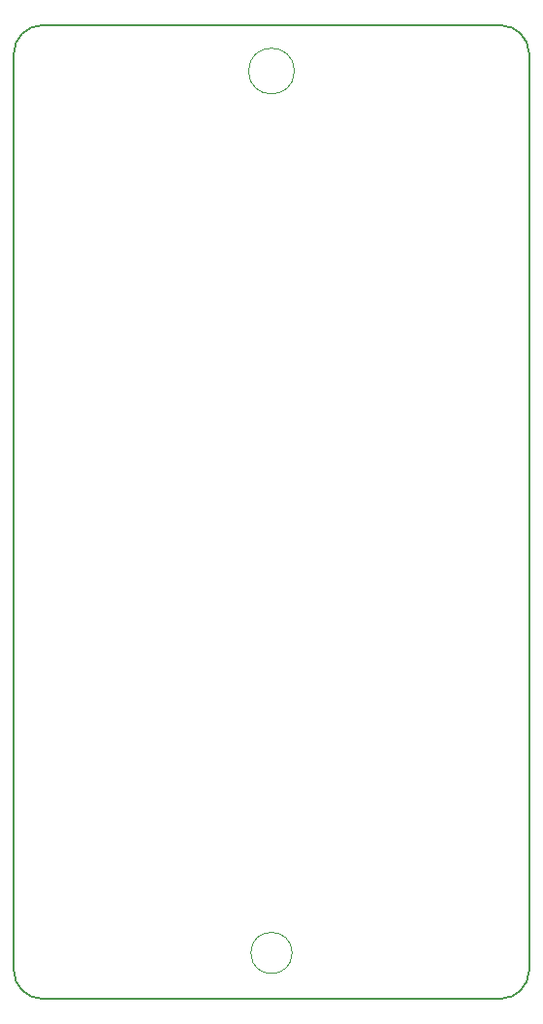
<source format=gbr>
%TF.GenerationSoftware,KiCad,Pcbnew,(5.1.8)-1*%
%TF.CreationDate,2023-02-27T06:27:53-05:00*%
%TF.ProjectId,nabu_export,6e616275-5f65-4787-906f-72742e6b6963,rev?*%
%TF.SameCoordinates,Original*%
%TF.FileFunction,Profile,NP*%
%FSLAX46Y46*%
G04 Gerber Fmt 4.6, Leading zero omitted, Abs format (unit mm)*
G04 Created by KiCad (PCBNEW (5.1.8)-1) date 2023-02-27 06:27:53*
%MOMM*%
%LPD*%
G01*
G04 APERTURE LIST*
%TA.AperFunction,Profile*%
%ADD10C,0.150000*%
%TD*%
%TA.AperFunction,Profile*%
%ADD11C,0.050000*%
%TD*%
G04 APERTURE END LIST*
D10*
X102500000Y-115000000D02*
G75*
G02*
X100000000Y-112500000I0J2500000D01*
G01*
X145000000Y-112500000D02*
G75*
G02*
X142500000Y-115000000I-2500000J0D01*
G01*
X142500000Y-30000000D02*
G75*
G02*
X145000000Y-32500000I0J-2500000D01*
G01*
X100000000Y-32500000D02*
G75*
G02*
X102500000Y-30000000I2500000J0D01*
G01*
D11*
X124500000Y-34000000D02*
G75*
G03*
X124500000Y-34000000I-2000000J0D01*
G01*
X124302776Y-111000000D02*
G75*
G03*
X124302776Y-111000000I-1802776J0D01*
G01*
D10*
X100000000Y-32500000D02*
X100000000Y-112500000D01*
X102500000Y-115000000D02*
X142500000Y-115000000D01*
X145000000Y-32500000D02*
X145000000Y-112500000D01*
X102500000Y-30000000D02*
X142500000Y-30000000D01*
M02*

</source>
